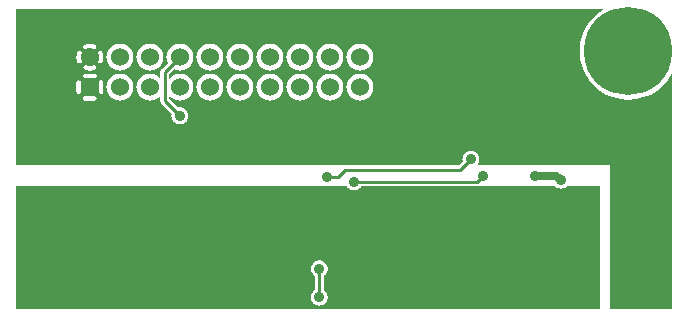
<source format=gbr>
G04 start of page 3 for group 1 idx 1 *
G04 Title: (unknown), solder *
G04 Creator: pcb 20140316 *
G04 CreationDate: Sun 30 Dec 2018 07:12:51 PM GMT UTC *
G04 For: railfan *
G04 Format: Gerber/RS-274X *
G04 PCB-Dimensions (mil): 2220.00 1040.00 *
G04 PCB-Coordinate-Origin: lower left *
%MOIN*%
%FSLAX25Y25*%
%LNBOTTOM*%
%ADD35C,0.0380*%
%ADD34C,0.1285*%
%ADD33C,0.0200*%
%ADD32C,0.0360*%
%ADD31C,0.0600*%
%ADD30C,0.2937*%
%ADD29C,0.0250*%
%ADD28C,0.0100*%
%ADD27C,0.0001*%
G54D27*G36*
X116493Y102000D02*X197872D01*
X196458Y101134D01*
X194521Y99479D01*
X192866Y97542D01*
X191535Y95370D01*
X190561Y93017D01*
X189966Y90540D01*
X189766Y88000D01*
X189966Y85460D01*
X190561Y82983D01*
X191535Y80630D01*
X192866Y78458D01*
X194521Y76521D01*
X196458Y74866D01*
X198630Y73535D01*
X200983Y72561D01*
X203460Y71966D01*
X206000Y71766D01*
X208540Y71966D01*
X211017Y72561D01*
X213370Y73535D01*
X215542Y74866D01*
X217479Y76521D01*
X219134Y78458D01*
X220465Y80630D01*
X220500Y80716D01*
Y50000D01*
X155470D01*
X155486Y50014D01*
X155772Y50349D01*
X156003Y50725D01*
X156171Y51132D01*
X156274Y51561D01*
X156300Y52000D01*
X156274Y52439D01*
X156171Y52868D01*
X156003Y53275D01*
X155772Y53651D01*
X155486Y53986D01*
X155151Y54272D01*
X154775Y54503D01*
X154368Y54671D01*
X153939Y54774D01*
X153500Y54809D01*
X153061Y54774D01*
X152632Y54671D01*
X152225Y54503D01*
X151849Y54272D01*
X151514Y53986D01*
X151228Y53651D01*
X150997Y53275D01*
X150829Y52868D01*
X150726Y52439D01*
X150691Y52000D01*
X150726Y51561D01*
X150767Y51389D01*
X149379Y50000D01*
X116493D01*
Y71487D01*
X116500Y71486D01*
X117206Y71542D01*
X117895Y71707D01*
X118549Y71978D01*
X119153Y72348D01*
X119692Y72808D01*
X120152Y73347D01*
X120522Y73951D01*
X120793Y74605D01*
X120958Y75294D01*
X121000Y76000D01*
X120958Y76706D01*
X120793Y77395D01*
X120522Y78049D01*
X120152Y78653D01*
X119692Y79192D01*
X119153Y79652D01*
X118549Y80022D01*
X117895Y80293D01*
X117206Y80458D01*
X116500Y80514D01*
X116493Y80513D01*
Y81487D01*
X116500Y81486D01*
X117206Y81542D01*
X117895Y81707D01*
X118549Y81978D01*
X119153Y82348D01*
X119692Y82808D01*
X120152Y83347D01*
X120522Y83951D01*
X120793Y84605D01*
X120958Y85294D01*
X121000Y86000D01*
X120958Y86706D01*
X120793Y87395D01*
X120522Y88049D01*
X120152Y88653D01*
X119692Y89192D01*
X119153Y89652D01*
X118549Y90022D01*
X117895Y90293D01*
X117206Y90458D01*
X116500Y90514D01*
X116493Y90513D01*
Y102000D01*
G37*
G36*
X106493D02*X116493D01*
Y90513D01*
X115794Y90458D01*
X115105Y90293D01*
X114451Y90022D01*
X113847Y89652D01*
X113308Y89192D01*
X112848Y88653D01*
X112478Y88049D01*
X112207Y87395D01*
X112042Y86706D01*
X111986Y86000D01*
X112042Y85294D01*
X112207Y84605D01*
X112478Y83951D01*
X112848Y83347D01*
X113308Y82808D01*
X113847Y82348D01*
X114451Y81978D01*
X115105Y81707D01*
X115794Y81542D01*
X116493Y81487D01*
Y80513D01*
X115794Y80458D01*
X115105Y80293D01*
X114451Y80022D01*
X113847Y79652D01*
X113308Y79192D01*
X112848Y78653D01*
X112478Y78049D01*
X112207Y77395D01*
X112042Y76706D01*
X111986Y76000D01*
X112042Y75294D01*
X112207Y74605D01*
X112478Y73951D01*
X112848Y73347D01*
X113308Y72808D01*
X113847Y72348D01*
X114451Y71978D01*
X115105Y71707D01*
X115794Y71542D01*
X116493Y71487D01*
Y50000D01*
X111559D01*
X111500Y50005D01*
X111441Y50000D01*
X106493D01*
Y71487D01*
X106500Y71486D01*
X107206Y71542D01*
X107895Y71707D01*
X108549Y71978D01*
X109153Y72348D01*
X109692Y72808D01*
X110152Y73347D01*
X110522Y73951D01*
X110793Y74605D01*
X110958Y75294D01*
X111000Y76000D01*
X110958Y76706D01*
X110793Y77395D01*
X110522Y78049D01*
X110152Y78653D01*
X109692Y79192D01*
X109153Y79652D01*
X108549Y80022D01*
X107895Y80293D01*
X107206Y80458D01*
X106500Y80514D01*
X106493Y80513D01*
Y81487D01*
X106500Y81486D01*
X107206Y81542D01*
X107895Y81707D01*
X108549Y81978D01*
X109153Y82348D01*
X109692Y82808D01*
X110152Y83347D01*
X110522Y83951D01*
X110793Y84605D01*
X110958Y85294D01*
X111000Y86000D01*
X110958Y86706D01*
X110793Y87395D01*
X110522Y88049D01*
X110152Y88653D01*
X109692Y89192D01*
X109153Y89652D01*
X108549Y90022D01*
X107895Y90293D01*
X107206Y90458D01*
X106500Y90514D01*
X106493Y90513D01*
Y102000D01*
G37*
G36*
X96493D02*X106493D01*
Y90513D01*
X105794Y90458D01*
X105105Y90293D01*
X104451Y90022D01*
X103847Y89652D01*
X103308Y89192D01*
X102848Y88653D01*
X102478Y88049D01*
X102207Y87395D01*
X102042Y86706D01*
X101986Y86000D01*
X102042Y85294D01*
X102207Y84605D01*
X102478Y83951D01*
X102848Y83347D01*
X103308Y82808D01*
X103847Y82348D01*
X104451Y81978D01*
X105105Y81707D01*
X105794Y81542D01*
X106493Y81487D01*
Y80513D01*
X105794Y80458D01*
X105105Y80293D01*
X104451Y80022D01*
X103847Y79652D01*
X103308Y79192D01*
X102848Y78653D01*
X102478Y78049D01*
X102207Y77395D01*
X102042Y76706D01*
X101986Y76000D01*
X102042Y75294D01*
X102207Y74605D01*
X102478Y73951D01*
X102848Y73347D01*
X103308Y72808D01*
X103847Y72348D01*
X104451Y71978D01*
X105105Y71707D01*
X105794Y71542D01*
X106493Y71487D01*
Y50000D01*
X96493D01*
Y71487D01*
X96500Y71486D01*
X97206Y71542D01*
X97895Y71707D01*
X98549Y71978D01*
X99153Y72348D01*
X99692Y72808D01*
X100152Y73347D01*
X100522Y73951D01*
X100793Y74605D01*
X100958Y75294D01*
X101000Y76000D01*
X100958Y76706D01*
X100793Y77395D01*
X100522Y78049D01*
X100152Y78653D01*
X99692Y79192D01*
X99153Y79652D01*
X98549Y80022D01*
X97895Y80293D01*
X97206Y80458D01*
X96500Y80514D01*
X96493Y80513D01*
Y81487D01*
X96500Y81486D01*
X97206Y81542D01*
X97895Y81707D01*
X98549Y81978D01*
X99153Y82348D01*
X99692Y82808D01*
X100152Y83347D01*
X100522Y83951D01*
X100793Y84605D01*
X100958Y85294D01*
X101000Y86000D01*
X100958Y86706D01*
X100793Y87395D01*
X100522Y88049D01*
X100152Y88653D01*
X99692Y89192D01*
X99153Y89652D01*
X98549Y90022D01*
X97895Y90293D01*
X97206Y90458D01*
X96500Y90514D01*
X96493Y90513D01*
Y102000D01*
G37*
G36*
X86493D02*X96493D01*
Y90513D01*
X95794Y90458D01*
X95105Y90293D01*
X94451Y90022D01*
X93847Y89652D01*
X93308Y89192D01*
X92848Y88653D01*
X92478Y88049D01*
X92207Y87395D01*
X92042Y86706D01*
X91986Y86000D01*
X92042Y85294D01*
X92207Y84605D01*
X92478Y83951D01*
X92848Y83347D01*
X93308Y82808D01*
X93847Y82348D01*
X94451Y81978D01*
X95105Y81707D01*
X95794Y81542D01*
X96493Y81487D01*
Y80513D01*
X95794Y80458D01*
X95105Y80293D01*
X94451Y80022D01*
X93847Y79652D01*
X93308Y79192D01*
X92848Y78653D01*
X92478Y78049D01*
X92207Y77395D01*
X92042Y76706D01*
X91986Y76000D01*
X92042Y75294D01*
X92207Y74605D01*
X92478Y73951D01*
X92848Y73347D01*
X93308Y72808D01*
X93847Y72348D01*
X94451Y71978D01*
X95105Y71707D01*
X95794Y71542D01*
X96493Y71487D01*
Y50000D01*
X86493D01*
Y71487D01*
X86500Y71486D01*
X87206Y71542D01*
X87895Y71707D01*
X88549Y71978D01*
X89153Y72348D01*
X89692Y72808D01*
X90152Y73347D01*
X90522Y73951D01*
X90793Y74605D01*
X90958Y75294D01*
X91000Y76000D01*
X90958Y76706D01*
X90793Y77395D01*
X90522Y78049D01*
X90152Y78653D01*
X89692Y79192D01*
X89153Y79652D01*
X88549Y80022D01*
X87895Y80293D01*
X87206Y80458D01*
X86500Y80514D01*
X86493Y80513D01*
Y81487D01*
X86500Y81486D01*
X87206Y81542D01*
X87895Y81707D01*
X88549Y81978D01*
X89153Y82348D01*
X89692Y82808D01*
X90152Y83347D01*
X90522Y83951D01*
X90793Y84605D01*
X90958Y85294D01*
X91000Y86000D01*
X90958Y86706D01*
X90793Y87395D01*
X90522Y88049D01*
X90152Y88653D01*
X89692Y89192D01*
X89153Y89652D01*
X88549Y90022D01*
X87895Y90293D01*
X87206Y90458D01*
X86500Y90514D01*
X86493Y90513D01*
Y102000D01*
G37*
G36*
X76493D02*X86493D01*
Y90513D01*
X85794Y90458D01*
X85105Y90293D01*
X84451Y90022D01*
X83847Y89652D01*
X83308Y89192D01*
X82848Y88653D01*
X82478Y88049D01*
X82207Y87395D01*
X82042Y86706D01*
X81986Y86000D01*
X82042Y85294D01*
X82207Y84605D01*
X82478Y83951D01*
X82848Y83347D01*
X83308Y82808D01*
X83847Y82348D01*
X84451Y81978D01*
X85105Y81707D01*
X85794Y81542D01*
X86493Y81487D01*
Y80513D01*
X85794Y80458D01*
X85105Y80293D01*
X84451Y80022D01*
X83847Y79652D01*
X83308Y79192D01*
X82848Y78653D01*
X82478Y78049D01*
X82207Y77395D01*
X82042Y76706D01*
X81986Y76000D01*
X82042Y75294D01*
X82207Y74605D01*
X82478Y73951D01*
X82848Y73347D01*
X83308Y72808D01*
X83847Y72348D01*
X84451Y71978D01*
X85105Y71707D01*
X85794Y71542D01*
X86493Y71487D01*
Y50000D01*
X76493D01*
Y71487D01*
X76500Y71486D01*
X77206Y71542D01*
X77895Y71707D01*
X78549Y71978D01*
X79153Y72348D01*
X79692Y72808D01*
X80152Y73347D01*
X80522Y73951D01*
X80793Y74605D01*
X80958Y75294D01*
X81000Y76000D01*
X80958Y76706D01*
X80793Y77395D01*
X80522Y78049D01*
X80152Y78653D01*
X79692Y79192D01*
X79153Y79652D01*
X78549Y80022D01*
X77895Y80293D01*
X77206Y80458D01*
X76500Y80514D01*
X76493Y80513D01*
Y81487D01*
X76500Y81486D01*
X77206Y81542D01*
X77895Y81707D01*
X78549Y81978D01*
X79153Y82348D01*
X79692Y82808D01*
X80152Y83347D01*
X80522Y83951D01*
X80793Y84605D01*
X80958Y85294D01*
X81000Y86000D01*
X80958Y86706D01*
X80793Y87395D01*
X80522Y88049D01*
X80152Y88653D01*
X79692Y89192D01*
X79153Y89652D01*
X78549Y90022D01*
X77895Y90293D01*
X77206Y90458D01*
X76500Y90514D01*
X76493Y90513D01*
Y102000D01*
G37*
G36*
X66493D02*X76493D01*
Y90513D01*
X75794Y90458D01*
X75105Y90293D01*
X74451Y90022D01*
X73847Y89652D01*
X73308Y89192D01*
X72848Y88653D01*
X72478Y88049D01*
X72207Y87395D01*
X72042Y86706D01*
X71986Y86000D01*
X72042Y85294D01*
X72207Y84605D01*
X72478Y83951D01*
X72848Y83347D01*
X73308Y82808D01*
X73847Y82348D01*
X74451Y81978D01*
X75105Y81707D01*
X75794Y81542D01*
X76493Y81487D01*
Y80513D01*
X75794Y80458D01*
X75105Y80293D01*
X74451Y80022D01*
X73847Y79652D01*
X73308Y79192D01*
X72848Y78653D01*
X72478Y78049D01*
X72207Y77395D01*
X72042Y76706D01*
X71986Y76000D01*
X72042Y75294D01*
X72207Y74605D01*
X72478Y73951D01*
X72848Y73347D01*
X73308Y72808D01*
X73847Y72348D01*
X74451Y71978D01*
X75105Y71707D01*
X75794Y71542D01*
X76493Y71487D01*
Y50000D01*
X66493D01*
Y71487D01*
X66500Y71486D01*
X67206Y71542D01*
X67895Y71707D01*
X68549Y71978D01*
X69153Y72348D01*
X69692Y72808D01*
X70152Y73347D01*
X70522Y73951D01*
X70793Y74605D01*
X70958Y75294D01*
X71000Y76000D01*
X70958Y76706D01*
X70793Y77395D01*
X70522Y78049D01*
X70152Y78653D01*
X69692Y79192D01*
X69153Y79652D01*
X68549Y80022D01*
X67895Y80293D01*
X67206Y80458D01*
X66500Y80514D01*
X66493Y80513D01*
Y81487D01*
X66500Y81486D01*
X67206Y81542D01*
X67895Y81707D01*
X68549Y81978D01*
X69153Y82348D01*
X69692Y82808D01*
X70152Y83347D01*
X70522Y83951D01*
X70793Y84605D01*
X70958Y85294D01*
X71000Y86000D01*
X70958Y86706D01*
X70793Y87395D01*
X70522Y88049D01*
X70152Y88653D01*
X69692Y89192D01*
X69153Y89652D01*
X68549Y90022D01*
X67895Y90293D01*
X67206Y90458D01*
X66500Y90514D01*
X66493Y90513D01*
Y102000D01*
G37*
G36*
X51493D02*X66493D01*
Y90513D01*
X65794Y90458D01*
X65105Y90293D01*
X64451Y90022D01*
X63847Y89652D01*
X63308Y89192D01*
X62848Y88653D01*
X62478Y88049D01*
X62207Y87395D01*
X62042Y86706D01*
X61986Y86000D01*
X62042Y85294D01*
X62207Y84605D01*
X62478Y83951D01*
X62848Y83347D01*
X63308Y82808D01*
X63847Y82348D01*
X64451Y81978D01*
X65105Y81707D01*
X65794Y81542D01*
X66493Y81487D01*
Y80513D01*
X65794Y80458D01*
X65105Y80293D01*
X64451Y80022D01*
X63847Y79652D01*
X63308Y79192D01*
X62848Y78653D01*
X62478Y78049D01*
X62207Y77395D01*
X62042Y76706D01*
X61986Y76000D01*
X62042Y75294D01*
X62207Y74605D01*
X62478Y73951D01*
X62848Y73347D01*
X63308Y72808D01*
X63847Y72348D01*
X64451Y71978D01*
X65105Y71707D01*
X65794Y71542D01*
X66493Y71487D01*
Y50000D01*
X51493D01*
Y69386D01*
X53767Y67111D01*
X53726Y66939D01*
X53691Y66500D01*
X53726Y66061D01*
X53829Y65632D01*
X53997Y65225D01*
X54228Y64849D01*
X54514Y64514D01*
X54849Y64228D01*
X55225Y63997D01*
X55632Y63829D01*
X56061Y63726D01*
X56500Y63691D01*
X56939Y63726D01*
X57368Y63829D01*
X57775Y63997D01*
X58151Y64228D01*
X58486Y64514D01*
X58772Y64849D01*
X59003Y65225D01*
X59171Y65632D01*
X59274Y66061D01*
X59300Y66500D01*
X59274Y66939D01*
X59171Y67368D01*
X59003Y67775D01*
X58772Y68151D01*
X58486Y68486D01*
X58151Y68772D01*
X57775Y69003D01*
X57368Y69171D01*
X56939Y69274D01*
X56500Y69309D01*
X56061Y69274D01*
X55889Y69233D01*
X53000Y72121D01*
Y73169D01*
X53308Y72808D01*
X53847Y72348D01*
X54451Y71978D01*
X55105Y71707D01*
X55794Y71542D01*
X56500Y71486D01*
X57206Y71542D01*
X57895Y71707D01*
X58549Y71978D01*
X59153Y72348D01*
X59692Y72808D01*
X60152Y73347D01*
X60522Y73951D01*
X60793Y74605D01*
X60958Y75294D01*
X61000Y76000D01*
X60958Y76706D01*
X60793Y77395D01*
X60522Y78049D01*
X60152Y78653D01*
X59692Y79192D01*
X59153Y79652D01*
X58549Y80022D01*
X57895Y80293D01*
X57206Y80458D01*
X56500Y80514D01*
X55794Y80458D01*
X55105Y80293D01*
X54451Y80022D01*
X53847Y79652D01*
X53308Y79192D01*
X53000Y78831D01*
Y80379D01*
X54556Y81935D01*
X55105Y81707D01*
X55794Y81542D01*
X56500Y81486D01*
X57206Y81542D01*
X57895Y81707D01*
X58549Y81978D01*
X59153Y82348D01*
X59692Y82808D01*
X60152Y83347D01*
X60522Y83951D01*
X60793Y84605D01*
X60958Y85294D01*
X61000Y86000D01*
X60958Y86706D01*
X60793Y87395D01*
X60522Y88049D01*
X60152Y88653D01*
X59692Y89192D01*
X59153Y89652D01*
X58549Y90022D01*
X57895Y90293D01*
X57206Y90458D01*
X56500Y90514D01*
X55794Y90458D01*
X55105Y90293D01*
X54451Y90022D01*
X53847Y89652D01*
X53308Y89192D01*
X52848Y88653D01*
X52478Y88049D01*
X52207Y87395D01*
X52042Y86706D01*
X51986Y86000D01*
X52042Y85294D01*
X52207Y84605D01*
X52435Y84056D01*
X51493Y83114D01*
Y102000D01*
G37*
G36*
X46493Y71487D02*X46500Y71486D01*
X47206Y71542D01*
X47895Y71707D01*
X48549Y71978D01*
X49153Y72348D01*
X49692Y72808D01*
X50000Y73169D01*
Y71559D01*
X49995Y71500D01*
X50014Y71265D01*
X50069Y71035D01*
X50159Y70817D01*
X50283Y70616D01*
X50436Y70436D01*
X50481Y70398D01*
X51493Y69386D01*
Y50000D01*
X46493D01*
Y71487D01*
G37*
G36*
Y102000D02*X51493D01*
Y83114D01*
X50481Y82102D01*
X50436Y82064D01*
X50283Y81884D01*
X50159Y81683D01*
X50069Y81465D01*
X50014Y81235D01*
X50014Y81235D01*
X49995Y81000D01*
X50000Y80941D01*
Y78831D01*
X49692Y79192D01*
X49153Y79652D01*
X48549Y80022D01*
X47895Y80293D01*
X47206Y80458D01*
X46500Y80514D01*
X46493Y80513D01*
Y81487D01*
X46500Y81486D01*
X47206Y81542D01*
X47895Y81707D01*
X48549Y81978D01*
X49153Y82348D01*
X49692Y82808D01*
X50152Y83347D01*
X50522Y83951D01*
X50793Y84605D01*
X50958Y85294D01*
X51000Y86000D01*
X50958Y86706D01*
X50793Y87395D01*
X50522Y88049D01*
X50152Y88653D01*
X49692Y89192D01*
X49153Y89652D01*
X48549Y90022D01*
X47895Y90293D01*
X47206Y90458D01*
X46500Y90514D01*
X46493Y90513D01*
Y102000D01*
G37*
G36*
X36493D02*X46493D01*
Y90513D01*
X45794Y90458D01*
X45105Y90293D01*
X44451Y90022D01*
X43847Y89652D01*
X43308Y89192D01*
X42848Y88653D01*
X42478Y88049D01*
X42207Y87395D01*
X42042Y86706D01*
X41986Y86000D01*
X42042Y85294D01*
X42207Y84605D01*
X42478Y83951D01*
X42848Y83347D01*
X43308Y82808D01*
X43847Y82348D01*
X44451Y81978D01*
X45105Y81707D01*
X45794Y81542D01*
X46493Y81487D01*
Y80513D01*
X45794Y80458D01*
X45105Y80293D01*
X44451Y80022D01*
X43847Y79652D01*
X43308Y79192D01*
X42848Y78653D01*
X42478Y78049D01*
X42207Y77395D01*
X42042Y76706D01*
X41986Y76000D01*
X42042Y75294D01*
X42207Y74605D01*
X42478Y73951D01*
X42848Y73347D01*
X43308Y72808D01*
X43847Y72348D01*
X44451Y71978D01*
X45105Y71707D01*
X45794Y71542D01*
X46493Y71487D01*
Y50000D01*
X36493D01*
Y71487D01*
X36500Y71486D01*
X37206Y71542D01*
X37895Y71707D01*
X38549Y71978D01*
X39153Y72348D01*
X39692Y72808D01*
X40152Y73347D01*
X40522Y73951D01*
X40793Y74605D01*
X40958Y75294D01*
X41000Y76000D01*
X40958Y76706D01*
X40793Y77395D01*
X40522Y78049D01*
X40152Y78653D01*
X39692Y79192D01*
X39153Y79652D01*
X38549Y80022D01*
X37895Y80293D01*
X37206Y80458D01*
X36500Y80514D01*
X36493Y80513D01*
Y81487D01*
X36500Y81486D01*
X37206Y81542D01*
X37895Y81707D01*
X38549Y81978D01*
X39153Y82348D01*
X39692Y82808D01*
X40152Y83347D01*
X40522Y83951D01*
X40793Y84605D01*
X40958Y85294D01*
X41000Y86000D01*
X40958Y86706D01*
X40793Y87395D01*
X40522Y88049D01*
X40152Y88653D01*
X39692Y89192D01*
X39153Y89652D01*
X38549Y90022D01*
X37895Y90293D01*
X37206Y90458D01*
X36500Y90514D01*
X36493Y90513D01*
Y102000D01*
G37*
G36*
X30250D02*X36493D01*
Y90513D01*
X35794Y90458D01*
X35105Y90293D01*
X34451Y90022D01*
X33847Y89652D01*
X33308Y89192D01*
X32848Y88653D01*
X32478Y88049D01*
X32207Y87395D01*
X32042Y86706D01*
X31986Y86000D01*
X32042Y85294D01*
X32207Y84605D01*
X32478Y83951D01*
X32848Y83347D01*
X33308Y82808D01*
X33847Y82348D01*
X34451Y81978D01*
X35105Y81707D01*
X35794Y81542D01*
X36493Y81487D01*
Y80513D01*
X35794Y80458D01*
X35105Y80293D01*
X34451Y80022D01*
X33847Y79652D01*
X33308Y79192D01*
X32848Y78653D01*
X32478Y78049D01*
X32207Y77395D01*
X32042Y76706D01*
X31986Y76000D01*
X32042Y75294D01*
X32207Y74605D01*
X32478Y73951D01*
X32848Y73347D01*
X33308Y72808D01*
X33847Y72348D01*
X34451Y71978D01*
X35105Y71707D01*
X35794Y71542D01*
X36493Y71487D01*
Y50000D01*
X30250D01*
Y73748D01*
X30368Y73757D01*
X30482Y73785D01*
X30592Y73830D01*
X30692Y73891D01*
X30782Y73968D01*
X30859Y74058D01*
X30920Y74158D01*
X30965Y74268D01*
X30993Y74382D01*
X31000Y74500D01*
Y77500D01*
X30993Y77618D01*
X30965Y77732D01*
X30920Y77842D01*
X30859Y77942D01*
X30782Y78032D01*
X30692Y78109D01*
X30592Y78170D01*
X30482Y78215D01*
X30368Y78243D01*
X30250Y78252D01*
Y83891D01*
X30268Y83897D01*
X30373Y83952D01*
X30468Y84022D01*
X30551Y84106D01*
X30619Y84202D01*
X30670Y84308D01*
X30818Y84716D01*
X30922Y85137D01*
X30984Y85567D01*
X31005Y86000D01*
X30984Y86433D01*
X30922Y86863D01*
X30818Y87284D01*
X30675Y87694D01*
X30622Y87800D01*
X30553Y87896D01*
X30470Y87981D01*
X30375Y88051D01*
X30269Y88106D01*
X30250Y88112D01*
Y102000D01*
G37*
G36*
X26500D02*X30250D01*
Y88112D01*
X30157Y88143D01*
X30040Y88163D01*
X29921Y88164D01*
X29804Y88146D01*
X29691Y88110D01*
X29585Y88057D01*
X29488Y87988D01*
X29404Y87905D01*
X29333Y87809D01*
X29279Y87704D01*
X29241Y87592D01*
X29222Y87475D01*
X29221Y87356D01*
X29239Y87239D01*
X29277Y87126D01*
X29376Y86855D01*
X29444Y86575D01*
X29486Y86289D01*
X29500Y86000D01*
X29486Y85711D01*
X29444Y85425D01*
X29376Y85145D01*
X29280Y84872D01*
X29242Y84761D01*
X29225Y84644D01*
X29225Y84526D01*
X29245Y84409D01*
X29282Y84297D01*
X29336Y84193D01*
X29406Y84098D01*
X29491Y84015D01*
X29587Y83946D01*
X29692Y83893D01*
X29805Y83857D01*
X29921Y83840D01*
X30039Y83841D01*
X30156Y83860D01*
X30250Y83891D01*
Y78252D01*
X30132Y78243D01*
X30018Y78215D01*
X29908Y78170D01*
X29808Y78109D01*
X29718Y78032D01*
X29641Y77942D01*
X29580Y77842D01*
X29535Y77732D01*
X29507Y77618D01*
X29500Y77500D01*
Y74500D01*
X29507Y74382D01*
X29535Y74268D01*
X29580Y74158D01*
X29641Y74058D01*
X29718Y73968D01*
X29808Y73891D01*
X29908Y73830D01*
X30018Y73785D01*
X30132Y73757D01*
X30250Y73748D01*
Y50000D01*
X26500D01*
Y71500D01*
X28000D01*
X28118Y71507D01*
X28232Y71535D01*
X28342Y71580D01*
X28442Y71641D01*
X28532Y71718D01*
X28609Y71808D01*
X28670Y71908D01*
X28715Y72018D01*
X28743Y72132D01*
X28752Y72250D01*
X28743Y72368D01*
X28715Y72482D01*
X28670Y72592D01*
X28609Y72692D01*
X28532Y72782D01*
X28442Y72859D01*
X28342Y72920D01*
X28232Y72965D01*
X28118Y72993D01*
X28000Y73000D01*
X26500D01*
Y79000D01*
X28000D01*
X28118Y79007D01*
X28232Y79035D01*
X28342Y79080D01*
X28442Y79141D01*
X28532Y79218D01*
X28609Y79308D01*
X28670Y79408D01*
X28715Y79518D01*
X28743Y79632D01*
X28752Y79750D01*
X28743Y79868D01*
X28715Y79982D01*
X28670Y80092D01*
X28609Y80192D01*
X28532Y80282D01*
X28442Y80359D01*
X28342Y80420D01*
X28232Y80465D01*
X28118Y80493D01*
X28000Y80500D01*
X26500D01*
Y81495D01*
X26933Y81516D01*
X27363Y81578D01*
X27784Y81682D01*
X28194Y81825D01*
X28300Y81878D01*
X28396Y81947D01*
X28481Y82030D01*
X28551Y82125D01*
X28606Y82231D01*
X28643Y82343D01*
X28663Y82460D01*
X28664Y82579D01*
X28646Y82696D01*
X28610Y82809D01*
X28557Y82915D01*
X28488Y83012D01*
X28405Y83096D01*
X28309Y83167D01*
X28204Y83221D01*
X28092Y83259D01*
X27975Y83278D01*
X27856Y83279D01*
X27739Y83261D01*
X27626Y83223D01*
X27355Y83124D01*
X27075Y83056D01*
X26789Y83014D01*
X26500Y83000D01*
Y89000D01*
X26789Y88986D01*
X27075Y88944D01*
X27355Y88876D01*
X27628Y88780D01*
X27739Y88742D01*
X27856Y88725D01*
X27974Y88725D01*
X28091Y88745D01*
X28203Y88782D01*
X28307Y88836D01*
X28402Y88906D01*
X28485Y88991D01*
X28554Y89087D01*
X28607Y89192D01*
X28643Y89305D01*
X28660Y89421D01*
X28659Y89539D01*
X28640Y89656D01*
X28603Y89768D01*
X28548Y89873D01*
X28478Y89968D01*
X28394Y90051D01*
X28298Y90119D01*
X28192Y90170D01*
X27784Y90318D01*
X27363Y90422D01*
X26933Y90484D01*
X26500Y90505D01*
Y102000D01*
G37*
G36*
X22750D02*X26500D01*
Y90505D01*
X26500D01*
X26067Y90484D01*
X25637Y90422D01*
X25216Y90318D01*
X24806Y90175D01*
X24700Y90122D01*
X24604Y90053D01*
X24519Y89970D01*
X24449Y89875D01*
X24394Y89769D01*
X24357Y89657D01*
X24337Y89540D01*
X24336Y89421D01*
X24354Y89304D01*
X24390Y89191D01*
X24443Y89085D01*
X24512Y88988D01*
X24595Y88904D01*
X24691Y88833D01*
X24796Y88779D01*
X24908Y88741D01*
X25025Y88722D01*
X25144Y88721D01*
X25261Y88739D01*
X25374Y88777D01*
X25645Y88876D01*
X25925Y88944D01*
X26211Y88986D01*
X26500Y89000D01*
X26500D01*
Y83000D01*
X26500D01*
X26211Y83014D01*
X25925Y83056D01*
X25645Y83124D01*
X25372Y83220D01*
X25261Y83258D01*
X25144Y83275D01*
X25026Y83275D01*
X24909Y83255D01*
X24797Y83218D01*
X24693Y83164D01*
X24598Y83094D01*
X24515Y83009D01*
X24446Y82913D01*
X24393Y82808D01*
X24357Y82695D01*
X24340Y82579D01*
X24341Y82461D01*
X24360Y82344D01*
X24397Y82232D01*
X24452Y82127D01*
X24522Y82032D01*
X24606Y81949D01*
X24702Y81881D01*
X24808Y81830D01*
X25216Y81682D01*
X25637Y81578D01*
X26067Y81516D01*
X26500Y81495D01*
X26500D01*
Y80500D01*
X25000D01*
X24882Y80493D01*
X24768Y80465D01*
X24658Y80420D01*
X24558Y80359D01*
X24468Y80282D01*
X24391Y80192D01*
X24330Y80092D01*
X24285Y79982D01*
X24257Y79868D01*
X24248Y79750D01*
X24257Y79632D01*
X24285Y79518D01*
X24330Y79408D01*
X24391Y79308D01*
X24468Y79218D01*
X24558Y79141D01*
X24658Y79080D01*
X24768Y79035D01*
X24882Y79007D01*
X25000Y79000D01*
X26500D01*
Y73000D01*
X25000D01*
X24882Y72993D01*
X24768Y72965D01*
X24658Y72920D01*
X24558Y72859D01*
X24468Y72782D01*
X24391Y72692D01*
X24330Y72592D01*
X24285Y72482D01*
X24257Y72368D01*
X24248Y72250D01*
X24257Y72132D01*
X24285Y72018D01*
X24330Y71908D01*
X24391Y71808D01*
X24468Y71718D01*
X24558Y71641D01*
X24658Y71580D01*
X24768Y71535D01*
X24882Y71507D01*
X25000Y71500D01*
X26500D01*
Y50000D01*
X22750D01*
Y73748D01*
X22868Y73757D01*
X22982Y73785D01*
X23092Y73830D01*
X23192Y73891D01*
X23282Y73968D01*
X23359Y74058D01*
X23420Y74158D01*
X23465Y74268D01*
X23493Y74382D01*
X23500Y74500D01*
Y77500D01*
X23493Y77618D01*
X23465Y77732D01*
X23420Y77842D01*
X23359Y77942D01*
X23282Y78032D01*
X23192Y78109D01*
X23092Y78170D01*
X22982Y78215D01*
X22868Y78243D01*
X22750Y78252D01*
Y83888D01*
X22843Y83857D01*
X22960Y83837D01*
X23079Y83836D01*
X23196Y83854D01*
X23309Y83890D01*
X23415Y83943D01*
X23512Y84012D01*
X23596Y84095D01*
X23667Y84191D01*
X23721Y84296D01*
X23759Y84408D01*
X23778Y84525D01*
X23779Y84644D01*
X23761Y84761D01*
X23723Y84874D01*
X23624Y85145D01*
X23556Y85425D01*
X23514Y85711D01*
X23500Y86000D01*
X23514Y86289D01*
X23556Y86575D01*
X23624Y86855D01*
X23720Y87128D01*
X23758Y87239D01*
X23775Y87356D01*
X23775Y87474D01*
X23755Y87591D01*
X23718Y87703D01*
X23664Y87807D01*
X23594Y87902D01*
X23509Y87985D01*
X23413Y88054D01*
X23308Y88107D01*
X23195Y88143D01*
X23079Y88160D01*
X22961Y88159D01*
X22844Y88140D01*
X22750Y88109D01*
Y102000D01*
G37*
G36*
X2000D02*X22750D01*
Y88109D01*
X22732Y88103D01*
X22627Y88048D01*
X22532Y87978D01*
X22449Y87894D01*
X22381Y87798D01*
X22330Y87692D01*
X22182Y87284D01*
X22078Y86863D01*
X22016Y86433D01*
X21995Y86000D01*
X22016Y85567D01*
X22078Y85137D01*
X22182Y84716D01*
X22325Y84306D01*
X22378Y84200D01*
X22447Y84104D01*
X22530Y84019D01*
X22625Y83949D01*
X22731Y83894D01*
X22750Y83888D01*
Y78252D01*
X22632Y78243D01*
X22518Y78215D01*
X22408Y78170D01*
X22308Y78109D01*
X22218Y78032D01*
X22141Y77942D01*
X22080Y77842D01*
X22035Y77732D01*
X22007Y77618D01*
X22000Y77500D01*
Y74500D01*
X22007Y74382D01*
X22035Y74268D01*
X22080Y74158D01*
X22141Y74058D01*
X22218Y73968D01*
X22308Y73891D01*
X22408Y73830D01*
X22518Y73785D01*
X22632Y73757D01*
X22750Y73748D01*
Y50000D01*
X2000D01*
Y102000D01*
G37*
G36*
X102996Y43000D02*X112135D01*
X112228Y42849D01*
X112514Y42514D01*
X112849Y42228D01*
X113225Y41997D01*
X113632Y41829D01*
X114061Y41726D01*
X114500Y41691D01*
X114939Y41726D01*
X115368Y41829D01*
X115775Y41997D01*
X116151Y42228D01*
X116486Y42514D01*
X116772Y42849D01*
X116865Y43000D01*
X155441D01*
X155500Y42995D01*
X155559Y43000D01*
X181530D01*
X181849Y42728D01*
X182225Y42497D01*
X182632Y42329D01*
X183061Y42226D01*
X183500Y42191D01*
X183939Y42226D01*
X184368Y42329D01*
X184775Y42497D01*
X185151Y42728D01*
X185470Y43000D01*
X196500D01*
Y2000D01*
X102996D01*
Y3192D01*
X103000Y3191D01*
X103439Y3226D01*
X103868Y3329D01*
X104275Y3497D01*
X104651Y3728D01*
X104986Y4014D01*
X105272Y4349D01*
X105503Y4725D01*
X105671Y5132D01*
X105774Y5561D01*
X105800Y6000D01*
X105774Y6439D01*
X105671Y6868D01*
X105503Y7275D01*
X105272Y7651D01*
X104986Y7986D01*
X104651Y8272D01*
X104500Y8365D01*
Y13135D01*
X104651Y13228D01*
X104986Y13514D01*
X105272Y13849D01*
X105503Y14225D01*
X105671Y14632D01*
X105774Y15061D01*
X105800Y15500D01*
X105774Y15939D01*
X105671Y16368D01*
X105503Y16775D01*
X105272Y17151D01*
X104986Y17486D01*
X104651Y17772D01*
X104275Y18003D01*
X103868Y18171D01*
X103439Y18274D01*
X103000Y18309D01*
X102996Y18308D01*
Y43000D01*
G37*
G36*
X2000D02*X102996D01*
Y18308D01*
X102561Y18274D01*
X102132Y18171D01*
X101725Y18003D01*
X101349Y17772D01*
X101014Y17486D01*
X100728Y17151D01*
X100497Y16775D01*
X100329Y16368D01*
X100226Y15939D01*
X100191Y15500D01*
X100226Y15061D01*
X100329Y14632D01*
X100497Y14225D01*
X100728Y13849D01*
X101014Y13514D01*
X101349Y13228D01*
X101500Y13135D01*
Y8365D01*
X101349Y8272D01*
X101014Y7986D01*
X100728Y7651D01*
X100497Y7275D01*
X100329Y6868D01*
X100226Y6439D01*
X100191Y6000D01*
X100226Y5561D01*
X100329Y5132D01*
X100497Y4725D01*
X100728Y4349D01*
X101014Y4014D01*
X101349Y3728D01*
X101725Y3497D01*
X102132Y3329D01*
X102561Y3226D01*
X102996Y3192D01*
Y2000D01*
X2000D01*
Y43000D01*
G37*
G36*
X199900Y52900D02*X220400D01*
Y1900D01*
X199900D01*
Y52900D01*
G37*
G54D28*X105451Y46049D02*X109049D01*
X111500Y48500D01*
X150000D01*
X153500Y52000D01*
X51500Y71500D02*Y81000D01*
X56500Y86000D01*
X51500Y71500D02*X56500Y66500D01*
G54D29*X175000Y46500D02*X182000D01*
X183500Y45000D01*
G54D28*X103000Y15500D02*Y6000D01*
X114500Y44500D02*X155500D01*
X157500Y46500D01*
G54D30*X206000Y88000D03*
G54D27*G36*
X23500Y79000D02*Y73000D01*
X29500D01*
Y79000D01*
X23500D01*
G37*
G54D31*X36500Y76000D03*
X26500Y86000D03*
X36500D03*
X56500Y76000D03*
X66500D03*
X76500D03*
X46500D03*
Y86000D03*
X56500D03*
X66500D03*
X76500D03*
X86500D03*
X96500D03*
X106500D03*
X116500D03*
X86500Y76000D03*
X96500D03*
X106500D03*
X116500D03*
G54D32*X56500Y66500D03*
X79000Y59500D03*
X80000Y97000D03*
X21500Y54000D03*
Y58500D03*
X35000Y39500D03*
Y35000D03*
Y30500D03*
X123500Y53000D03*
X118500D03*
X105500Y46000D03*
X114500Y44500D03*
X116000Y29000D03*
X121500D03*
X103000Y6000D03*
Y15500D03*
X130500Y75500D03*
X150000D03*
X170500D03*
X192000Y28500D03*
X203000Y18000D03*
Y22500D03*
Y27000D03*
X192000Y33000D03*
Y37500D03*
X183500Y45000D03*
X153500Y52000D03*
X175000Y46500D03*
X157500D03*
G54D33*G54D34*G54D35*M02*

</source>
